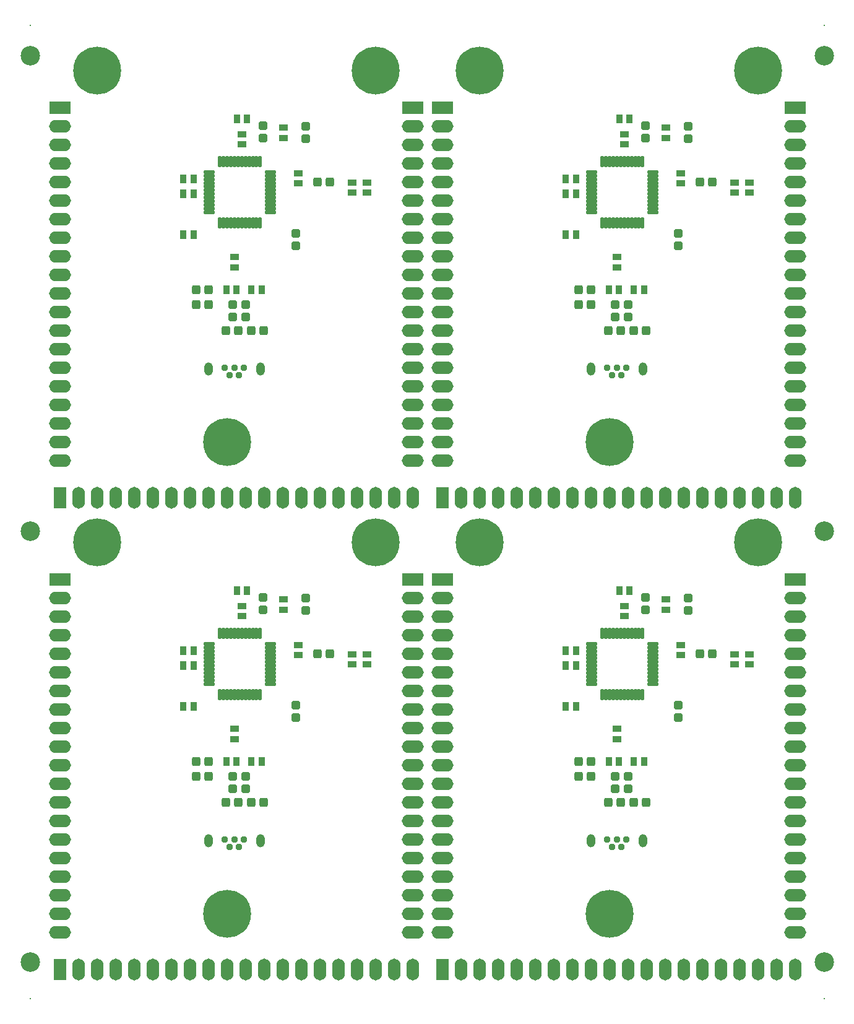
<source format=gts>
G04 Layer_Color=8388736*
%FSLAX25Y25*%
%MOIN*%
G70*
G01*
G75*
%ADD41C,0.10512*%
%ADD42R,0.04540X0.03753*%
%ADD43R,0.03753X0.04540*%
G04:AMPARAMS|DCode=44|XSize=47.37mil|YSize=43.43mil|CornerRadius=8.43mil|HoleSize=0mil|Usage=FLASHONLY|Rotation=90.000|XOffset=0mil|YOffset=0mil|HoleType=Round|Shape=RoundedRectangle|*
%AMROUNDEDRECTD44*
21,1,0.04737,0.02657,0,0,90.0*
21,1,0.03051,0.04343,0,0,90.0*
1,1,0.01686,0.01329,0.01526*
1,1,0.01686,0.01329,-0.01526*
1,1,0.01686,-0.01329,-0.01526*
1,1,0.01686,-0.01329,0.01526*
%
%ADD44ROUNDEDRECTD44*%
G04:AMPARAMS|DCode=45|XSize=47.37mil|YSize=43.43mil|CornerRadius=8.43mil|HoleSize=0mil|Usage=FLASHONLY|Rotation=180.000|XOffset=0mil|YOffset=0mil|HoleType=Round|Shape=RoundedRectangle|*
%AMROUNDEDRECTD45*
21,1,0.04737,0.02657,0,0,180.0*
21,1,0.03051,0.04343,0,0,180.0*
1,1,0.01686,-0.01526,0.01329*
1,1,0.01686,0.01526,0.01329*
1,1,0.01686,0.01526,-0.01329*
1,1,0.01686,-0.01526,-0.01329*
%
%ADD45ROUNDEDRECTD45*%
%ADD46O,0.01981X0.06312*%
%ADD47O,0.06312X0.01981*%
%ADD48C,0.00800*%
%ADD49C,0.25800*%
%ADD50R,0.11800X0.06800*%
%ADD51O,0.11800X0.06800*%
%ADD52R,0.06800X0.11800*%
%ADD53O,0.06800X0.11800*%
%ADD54C,0.03753*%
G04:AMPARAMS|DCode=55|XSize=47.37mil|YSize=70.99mil|CornerRadius=23.68mil|HoleSize=0mil|Usage=FLASHONLY|Rotation=0.000|XOffset=0mil|YOffset=0mil|HoleType=Round|Shape=RoundedRectangle|*
%AMROUNDEDRECTD55*
21,1,0.04737,0.02362,0,0,0.0*
21,1,0.00000,0.07099,0,0,0.0*
1,1,0.04737,0.00000,-0.01181*
1,1,0.04737,0.00000,-0.01181*
1,1,0.04737,0.00000,0.01181*
1,1,0.04737,0.00000,0.01181*
%
%ADD55ROUNDEDRECTD55*%
D41*
X-7874Y500000D02*
D03*
X419874D02*
D03*
X-7874Y244094D02*
D03*
X419874D02*
D03*
Y11811D02*
D03*
X-7874D02*
D03*
D42*
X136700Y182756D02*
D03*
Y177244D02*
D03*
X173700Y172244D02*
D03*
Y177756D02*
D03*
X165700Y172244D02*
D03*
Y177756D02*
D03*
X106200Y203756D02*
D03*
Y198244D02*
D03*
X128700Y201744D02*
D03*
Y207256D02*
D03*
X102200Y137500D02*
D03*
Y131988D02*
D03*
X342700Y182756D02*
D03*
Y177244D02*
D03*
X379700Y172244D02*
D03*
Y177756D02*
D03*
X371700Y172244D02*
D03*
Y177756D02*
D03*
X312200Y203756D02*
D03*
Y198244D02*
D03*
X334700Y201744D02*
D03*
Y207256D02*
D03*
X308200Y137500D02*
D03*
Y131988D02*
D03*
X136700Y436756D02*
D03*
Y431244D02*
D03*
X173700Y426244D02*
D03*
Y431756D02*
D03*
X165700Y426244D02*
D03*
Y431756D02*
D03*
X106200Y457756D02*
D03*
Y452244D02*
D03*
X128700Y455744D02*
D03*
Y461256D02*
D03*
X102200Y391500D02*
D03*
Y385988D02*
D03*
X342700Y436756D02*
D03*
Y431244D02*
D03*
X379700Y426244D02*
D03*
Y431756D02*
D03*
X371700Y426244D02*
D03*
Y431756D02*
D03*
X312200Y457756D02*
D03*
Y452244D02*
D03*
X334700Y455744D02*
D03*
Y461256D02*
D03*
X308200Y391500D02*
D03*
Y385988D02*
D03*
D43*
X80200Y149500D02*
D03*
X74688D02*
D03*
X80200Y179500D02*
D03*
X74688D02*
D03*
X80212Y171500D02*
D03*
X74700D02*
D03*
X103300Y120000D02*
D03*
X97788D02*
D03*
X111300D02*
D03*
X116812D02*
D03*
X103444Y212000D02*
D03*
X108956D02*
D03*
X286200Y149500D02*
D03*
X280688D02*
D03*
X286200Y179500D02*
D03*
X280688D02*
D03*
X286212Y171500D02*
D03*
X280700D02*
D03*
X309300Y120000D02*
D03*
X303788D02*
D03*
X317300D02*
D03*
X322812D02*
D03*
X309444Y212000D02*
D03*
X314956D02*
D03*
X80200Y403500D02*
D03*
X74688D02*
D03*
X80200Y433500D02*
D03*
X74688D02*
D03*
X80212Y425500D02*
D03*
X74700D02*
D03*
X103300Y374000D02*
D03*
X97788D02*
D03*
X111300D02*
D03*
X116812D02*
D03*
X103444Y466000D02*
D03*
X108956D02*
D03*
X286200Y403500D02*
D03*
X280688D02*
D03*
X286200Y433500D02*
D03*
X280688D02*
D03*
X286212Y425500D02*
D03*
X280700D02*
D03*
X309300Y374000D02*
D03*
X303788D02*
D03*
X317300D02*
D03*
X322812D02*
D03*
X309444Y466000D02*
D03*
X314956D02*
D03*
D44*
X111300Y98000D02*
D03*
X117993D02*
D03*
X104300D02*
D03*
X97607D02*
D03*
X81607Y112000D02*
D03*
X88300D02*
D03*
Y120000D02*
D03*
X81607D02*
D03*
X153547Y178000D02*
D03*
X146853D02*
D03*
X317300Y98000D02*
D03*
X323993D02*
D03*
X310300D02*
D03*
X303607D02*
D03*
X287607Y112000D02*
D03*
X294300D02*
D03*
Y120000D02*
D03*
X287607D02*
D03*
X359546Y178000D02*
D03*
X352853D02*
D03*
X111300Y352000D02*
D03*
X117993D02*
D03*
X104300D02*
D03*
X97607D02*
D03*
X81607Y366000D02*
D03*
X88300D02*
D03*
Y374000D02*
D03*
X81607D02*
D03*
X153547Y432000D02*
D03*
X146853D02*
D03*
X317300Y352000D02*
D03*
X323993D02*
D03*
X310300D02*
D03*
X303607D02*
D03*
X287607Y366000D02*
D03*
X294300D02*
D03*
Y374000D02*
D03*
X287607D02*
D03*
X359546Y432000D02*
D03*
X352853D02*
D03*
D45*
X101300Y105307D02*
D03*
Y112000D02*
D03*
X108300D02*
D03*
Y105307D02*
D03*
X117700Y201500D02*
D03*
Y208193D02*
D03*
X140700Y201154D02*
D03*
Y207846D02*
D03*
X135200Y143500D02*
D03*
Y150193D02*
D03*
X307300Y105307D02*
D03*
Y112000D02*
D03*
X314300D02*
D03*
Y105307D02*
D03*
X323700Y201500D02*
D03*
Y208193D02*
D03*
X346700Y201154D02*
D03*
Y207846D02*
D03*
X341200Y143500D02*
D03*
Y150193D02*
D03*
X101300Y359307D02*
D03*
Y366000D02*
D03*
X108300D02*
D03*
Y359307D02*
D03*
X117700Y455500D02*
D03*
Y462193D02*
D03*
X140700Y455154D02*
D03*
Y461846D02*
D03*
X135200Y397500D02*
D03*
Y404193D02*
D03*
X307300Y359307D02*
D03*
Y366000D02*
D03*
X314300D02*
D03*
Y359307D02*
D03*
X323700Y455500D02*
D03*
Y462193D02*
D03*
X346700Y455154D02*
D03*
Y461846D02*
D03*
X341200Y397500D02*
D03*
Y404193D02*
D03*
D46*
X116027Y155965D02*
D03*
X114058D02*
D03*
X112090D02*
D03*
X110121D02*
D03*
X108153D02*
D03*
X106184D02*
D03*
X104216D02*
D03*
X102247D02*
D03*
X100279D02*
D03*
X98310D02*
D03*
X96342D02*
D03*
X94373D02*
D03*
Y189035D02*
D03*
X96342D02*
D03*
X98310D02*
D03*
X100279D02*
D03*
X102247D02*
D03*
X104216D02*
D03*
X106184D02*
D03*
X108153D02*
D03*
X110121D02*
D03*
X112090D02*
D03*
X114058D02*
D03*
X116027D02*
D03*
X322027Y155965D02*
D03*
X320058D02*
D03*
X318090D02*
D03*
X316121D02*
D03*
X314153D02*
D03*
X312184D02*
D03*
X310216D02*
D03*
X308247D02*
D03*
X306279D02*
D03*
X304310D02*
D03*
X302342D02*
D03*
X300373D02*
D03*
Y189035D02*
D03*
X302342D02*
D03*
X304310D02*
D03*
X306279D02*
D03*
X308247D02*
D03*
X310216D02*
D03*
X312184D02*
D03*
X314153D02*
D03*
X316121D02*
D03*
X318090D02*
D03*
X320058D02*
D03*
X322027D02*
D03*
X116027Y409965D02*
D03*
X114058D02*
D03*
X112090D02*
D03*
X110121D02*
D03*
X108153D02*
D03*
X106184D02*
D03*
X104216D02*
D03*
X102247D02*
D03*
X100279D02*
D03*
X98310D02*
D03*
X96342D02*
D03*
X94373D02*
D03*
Y443036D02*
D03*
X96342D02*
D03*
X98310D02*
D03*
X100279D02*
D03*
X102247D02*
D03*
X104216D02*
D03*
X106184D02*
D03*
X108153D02*
D03*
X110121D02*
D03*
X112090D02*
D03*
X114058D02*
D03*
X116027D02*
D03*
X322027Y409965D02*
D03*
X320058D02*
D03*
X318090D02*
D03*
X316121D02*
D03*
X314153D02*
D03*
X312184D02*
D03*
X310216D02*
D03*
X308247D02*
D03*
X306279D02*
D03*
X304310D02*
D03*
X302342D02*
D03*
X300373D02*
D03*
Y443036D02*
D03*
X302342D02*
D03*
X304310D02*
D03*
X306279D02*
D03*
X308247D02*
D03*
X310216D02*
D03*
X312184D02*
D03*
X314153D02*
D03*
X316121D02*
D03*
X318090D02*
D03*
X320058D02*
D03*
X322027D02*
D03*
D47*
X88665Y161673D02*
D03*
Y163642D02*
D03*
Y165610D02*
D03*
Y167579D02*
D03*
Y169547D02*
D03*
Y171516D02*
D03*
Y173484D02*
D03*
Y175453D02*
D03*
Y177421D02*
D03*
Y179390D02*
D03*
Y181358D02*
D03*
Y183327D02*
D03*
X121735D02*
D03*
Y181358D02*
D03*
Y179390D02*
D03*
Y177421D02*
D03*
Y175453D02*
D03*
Y173484D02*
D03*
Y171516D02*
D03*
Y169547D02*
D03*
Y167579D02*
D03*
Y165610D02*
D03*
Y163642D02*
D03*
Y161673D02*
D03*
X294665D02*
D03*
Y163642D02*
D03*
Y165610D02*
D03*
Y167579D02*
D03*
Y169547D02*
D03*
Y171516D02*
D03*
Y173484D02*
D03*
Y175453D02*
D03*
Y177421D02*
D03*
Y179390D02*
D03*
Y181358D02*
D03*
Y183327D02*
D03*
X327735D02*
D03*
Y181358D02*
D03*
Y179390D02*
D03*
Y177421D02*
D03*
Y175453D02*
D03*
Y173484D02*
D03*
Y171516D02*
D03*
Y169547D02*
D03*
Y167579D02*
D03*
Y165610D02*
D03*
Y163642D02*
D03*
Y161673D02*
D03*
X88665Y415673D02*
D03*
Y417642D02*
D03*
Y419610D02*
D03*
Y421579D02*
D03*
Y423547D02*
D03*
Y425516D02*
D03*
Y427484D02*
D03*
Y429453D02*
D03*
Y431421D02*
D03*
Y433390D02*
D03*
Y435358D02*
D03*
Y437327D02*
D03*
X121735D02*
D03*
Y435358D02*
D03*
Y433390D02*
D03*
Y431421D02*
D03*
Y429453D02*
D03*
Y427484D02*
D03*
Y425516D02*
D03*
Y423547D02*
D03*
Y421579D02*
D03*
Y419610D02*
D03*
Y417642D02*
D03*
Y415673D02*
D03*
X294665D02*
D03*
Y417642D02*
D03*
Y419610D02*
D03*
Y421579D02*
D03*
Y423547D02*
D03*
Y425516D02*
D03*
Y427484D02*
D03*
Y429453D02*
D03*
Y431421D02*
D03*
Y433390D02*
D03*
Y435358D02*
D03*
Y437327D02*
D03*
X327735D02*
D03*
Y435358D02*
D03*
Y433390D02*
D03*
Y431421D02*
D03*
Y429453D02*
D03*
Y427484D02*
D03*
Y425516D02*
D03*
Y423547D02*
D03*
Y421579D02*
D03*
Y419610D02*
D03*
Y417642D02*
D03*
Y415673D02*
D03*
D48*
X-7874Y516374D02*
D03*
X-7874Y-7874D02*
D03*
X419874D02*
D03*
Y516374D02*
D03*
D49*
X98200Y37800D02*
D03*
X28200Y237800D02*
D03*
X178200D02*
D03*
X304200Y37800D02*
D03*
X234200Y237800D02*
D03*
X384200D02*
D03*
X98200Y291800D02*
D03*
X28200Y491800D02*
D03*
X178200D02*
D03*
X304200Y291800D02*
D03*
X234200Y491800D02*
D03*
X384200D02*
D03*
D50*
X8200Y217800D02*
D03*
X198200D02*
D03*
X214200D02*
D03*
X404200D02*
D03*
X8200Y471800D02*
D03*
X198200D02*
D03*
X214200D02*
D03*
X404200D02*
D03*
D51*
X8200Y207800D02*
D03*
Y197800D02*
D03*
Y187800D02*
D03*
Y177800D02*
D03*
Y167800D02*
D03*
Y157800D02*
D03*
Y147800D02*
D03*
Y137800D02*
D03*
Y127800D02*
D03*
Y117800D02*
D03*
Y107800D02*
D03*
Y97800D02*
D03*
Y87800D02*
D03*
Y77800D02*
D03*
Y67800D02*
D03*
Y57800D02*
D03*
Y47800D02*
D03*
Y37800D02*
D03*
Y27800D02*
D03*
X198200Y207800D02*
D03*
Y197800D02*
D03*
Y187800D02*
D03*
Y177800D02*
D03*
Y167800D02*
D03*
Y157800D02*
D03*
Y147800D02*
D03*
Y137800D02*
D03*
Y127800D02*
D03*
Y117800D02*
D03*
Y107800D02*
D03*
Y97800D02*
D03*
Y87800D02*
D03*
Y77800D02*
D03*
Y67800D02*
D03*
Y57800D02*
D03*
Y47800D02*
D03*
Y37800D02*
D03*
Y27800D02*
D03*
X214200Y207800D02*
D03*
Y197800D02*
D03*
Y187800D02*
D03*
Y177800D02*
D03*
Y167800D02*
D03*
Y157800D02*
D03*
Y147800D02*
D03*
Y137800D02*
D03*
Y127800D02*
D03*
Y117800D02*
D03*
Y107800D02*
D03*
Y97800D02*
D03*
Y87800D02*
D03*
Y77800D02*
D03*
Y67800D02*
D03*
Y57800D02*
D03*
Y47800D02*
D03*
Y37800D02*
D03*
Y27800D02*
D03*
X404200Y207800D02*
D03*
Y197800D02*
D03*
Y187800D02*
D03*
Y177800D02*
D03*
Y167800D02*
D03*
Y157800D02*
D03*
Y147800D02*
D03*
Y137800D02*
D03*
Y127800D02*
D03*
Y117800D02*
D03*
Y107800D02*
D03*
Y97800D02*
D03*
Y87800D02*
D03*
Y77800D02*
D03*
Y67800D02*
D03*
Y57800D02*
D03*
Y47800D02*
D03*
Y37800D02*
D03*
Y27800D02*
D03*
X8200Y461800D02*
D03*
Y451800D02*
D03*
Y441800D02*
D03*
Y431800D02*
D03*
Y421800D02*
D03*
Y411800D02*
D03*
Y401800D02*
D03*
Y391800D02*
D03*
Y381800D02*
D03*
Y371800D02*
D03*
Y361800D02*
D03*
Y351800D02*
D03*
Y341800D02*
D03*
Y331800D02*
D03*
Y321800D02*
D03*
Y311800D02*
D03*
Y301800D02*
D03*
Y291800D02*
D03*
Y281800D02*
D03*
X198200Y461800D02*
D03*
Y451800D02*
D03*
Y441800D02*
D03*
Y431800D02*
D03*
Y421800D02*
D03*
Y411800D02*
D03*
Y401800D02*
D03*
Y391800D02*
D03*
Y381800D02*
D03*
Y371800D02*
D03*
Y361800D02*
D03*
Y351800D02*
D03*
Y341800D02*
D03*
Y331800D02*
D03*
Y321800D02*
D03*
Y311800D02*
D03*
Y301800D02*
D03*
Y291800D02*
D03*
Y281800D02*
D03*
X214200Y461800D02*
D03*
Y451800D02*
D03*
Y441800D02*
D03*
Y431800D02*
D03*
Y421800D02*
D03*
Y411800D02*
D03*
Y401800D02*
D03*
Y391800D02*
D03*
Y381800D02*
D03*
Y371800D02*
D03*
Y361800D02*
D03*
Y351800D02*
D03*
Y341800D02*
D03*
Y331800D02*
D03*
Y321800D02*
D03*
Y311800D02*
D03*
Y301800D02*
D03*
Y291800D02*
D03*
Y281800D02*
D03*
X404200Y461800D02*
D03*
Y451800D02*
D03*
Y441800D02*
D03*
Y431800D02*
D03*
Y421800D02*
D03*
Y411800D02*
D03*
Y401800D02*
D03*
Y391800D02*
D03*
Y381800D02*
D03*
Y371800D02*
D03*
Y361800D02*
D03*
Y351800D02*
D03*
Y341800D02*
D03*
Y331800D02*
D03*
Y321800D02*
D03*
Y311800D02*
D03*
Y301800D02*
D03*
Y291800D02*
D03*
Y281800D02*
D03*
D52*
X8200Y7800D02*
D03*
X214200D02*
D03*
X8200Y261800D02*
D03*
X214200D02*
D03*
D53*
X18200Y7800D02*
D03*
X28200D02*
D03*
X38200D02*
D03*
X48200D02*
D03*
X58200D02*
D03*
X68200D02*
D03*
X78200D02*
D03*
X88200D02*
D03*
X98200D02*
D03*
X108200D02*
D03*
X118200D02*
D03*
X128200D02*
D03*
X138200D02*
D03*
X148200D02*
D03*
X158200D02*
D03*
X168200D02*
D03*
X178200D02*
D03*
X188200D02*
D03*
X198200D02*
D03*
X224200D02*
D03*
X234200D02*
D03*
X244200D02*
D03*
X254200D02*
D03*
X264200D02*
D03*
X274200D02*
D03*
X284200D02*
D03*
X294200D02*
D03*
X304200D02*
D03*
X314200D02*
D03*
X324200D02*
D03*
X334200D02*
D03*
X344200D02*
D03*
X354200D02*
D03*
X364200D02*
D03*
X374200D02*
D03*
X384200D02*
D03*
X394200D02*
D03*
X404200D02*
D03*
X18200Y261800D02*
D03*
X28200D02*
D03*
X38200D02*
D03*
X48200D02*
D03*
X58200D02*
D03*
X68200D02*
D03*
X78200D02*
D03*
X88200D02*
D03*
X98200D02*
D03*
X108200D02*
D03*
X118200D02*
D03*
X128200D02*
D03*
X138200D02*
D03*
X148200D02*
D03*
X158200D02*
D03*
X168200D02*
D03*
X178200D02*
D03*
X188200D02*
D03*
X198200D02*
D03*
X224200D02*
D03*
X234200D02*
D03*
X244200D02*
D03*
X254200D02*
D03*
X264200D02*
D03*
X274200D02*
D03*
X284200D02*
D03*
X294200D02*
D03*
X304200D02*
D03*
X314200D02*
D03*
X324200D02*
D03*
X334200D02*
D03*
X344200D02*
D03*
X354200D02*
D03*
X364200D02*
D03*
X374200D02*
D03*
X384200D02*
D03*
X394200D02*
D03*
X404200D02*
D03*
D54*
X97064Y78000D02*
D03*
X99623Y74063D02*
D03*
X102182Y78000D02*
D03*
X107300D02*
D03*
X104741Y74063D02*
D03*
X303064Y78000D02*
D03*
X305623Y74063D02*
D03*
X308182Y78000D02*
D03*
X313300D02*
D03*
X310741Y74063D02*
D03*
X97064Y332000D02*
D03*
X99623Y328063D02*
D03*
X102182Y332000D02*
D03*
X107300D02*
D03*
X104741Y328063D02*
D03*
X303064Y332000D02*
D03*
X305623Y328063D02*
D03*
X308182Y332000D02*
D03*
X313300D02*
D03*
X310741Y328063D02*
D03*
D55*
X88107Y77134D02*
D03*
X116257D02*
D03*
X294107D02*
D03*
X322257D02*
D03*
X88107Y331134D02*
D03*
X116257D02*
D03*
X294107D02*
D03*
X322257D02*
D03*
M02*

</source>
